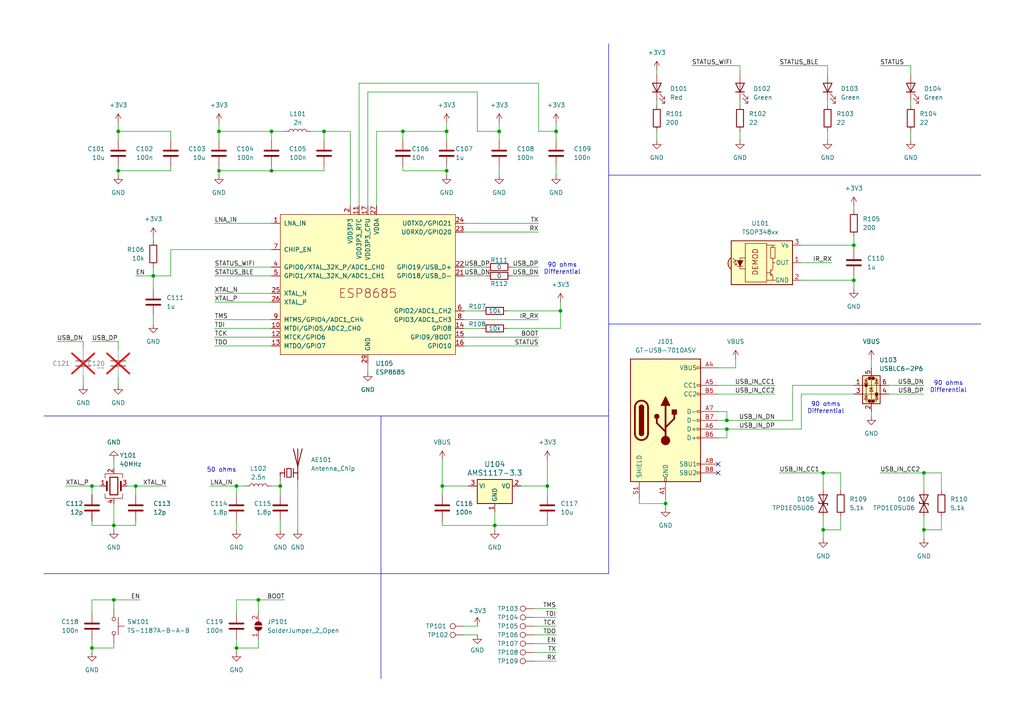
<source format=kicad_sch>
(kicad_sch (version 20231120) (generator "eeschema") (generator_version "8.0")
  (paper "A4")
  (title_block (title "ESP32 IR Receiver") (date "2024-04-11") (rev "1.0.0"))
  (junction (at 267.97 137.16))
  (junction (at 78.74 38.1))
  (junction (at 26.67 187.96))
  (junction (at 238.76 153.67))
  (junction (at 63.5 49.53))
  (junction (at 63.5 38.1))
  (junction (at 193.04 146.05))
  (junction (at 68.58 187.96))
  (junction (at 44.45 80.01))
  (junction (at 39.37 140.97))
  (junction (at 144.78 38.1))
  (junction (at 162.56 90.17))
  (junction (at 267.97 153.67))
  (junction (at 93.98 38.1))
  (junction (at 210.82 124.46))
  (junction (at 33.02 152.4))
  (junction (at 33.02 173.99))
  (junction (at 161.29 38.1))
  (junction (at 78.74 49.53))
  (junction (at 158.75 140.97))
  (junction (at 129.54 38.1))
  (junction (at 34.29 38.1))
  (junction (at 34.29 49.53))
  (junction (at 128.27 140.97))
  (junction (at 74.93 173.99))
  (junction (at 68.58 140.97))
  (junction (at 238.76 137.16))
  (junction (at 210.82 121.92))
  (junction (at 116.84 38.1))
  (junction (at 81.28 140.97))
  (junction (at 26.67 140.97))
  (junction (at 247.65 71.12))
  (junction (at 129.54 49.53))
  (junction (at 143.51 152.4))
  (junction (at 247.65 81.28))
  (no_connect (at 208.28 137.16))
  (no_connect (at 208.28 134.62))
  (wire (pts (xy 39.37 140.97) (xy 48.26 140.97)))
  (wire (pts (xy 63.5 49.53) (xy 63.5 50.8)))
  (wire (pts (xy 26.67 140.97) (xy 26.67 143.51)))
  (wire (pts (xy 93.98 38.1) (xy 93.98 40.64)))
  (wire (pts (xy 33.02 152.4) (xy 39.37 152.4)))
  (wire (pts (xy 148.59 80.01) (xy 156.21 80.01)))
  (wire (pts (xy 26.67 140.97) (xy 29.21 140.97)))
  (wire (pts (xy 39.37 140.97) (xy 39.37 143.51)))
  (wire (pts (xy 210.82 121.92) (xy 229.87 121.92)))
  (wire (pts (xy 129.54 48.26) (xy 129.54 49.53)))
  (wire (pts (xy 134.62 90.17) (xy 139.7 90.17)))
  (wire (pts (xy 243.84 153.67) (xy 238.76 153.67)))
  (wire (pts (xy 26.67 173.99) (xy 33.02 173.99)))
  (wire (pts (xy 128.27 140.97) (xy 135.89 140.97)))
  (wire (pts (xy 147.32 95.25) (xy 162.56 95.25)))
  (wire (pts (xy 68.58 143.51) (xy 68.58 140.97)))
  (wire (pts (xy 68.58 187.96) (xy 68.58 189.23)))
  (wire (pts (xy 134.62 181.61) (xy 138.43 181.61)))
  (wire (pts (xy 101.6 59.69) (xy 101.6 38.1)))
  (wire (pts (xy 134.62 67.31) (xy 156.21 67.31)))
  (wire (pts (xy 49.53 49.53) (xy 34.29 49.53)))
  (wire (pts (xy 190.5 38.1) (xy 190.5 40.64)))
  (wire (pts (xy 154.94 179.07) (xy 161.29 179.07)))
  (wire (pts (xy 128.27 140.97) (xy 128.27 143.51)))
  (wire (pts (xy 247.65 81.28) (xy 247.65 83.82)))
  (wire (pts (xy 208.28 119.38) (xy 210.82 119.38)))
  (wire (pts (xy 81.28 139.7) (xy 81.28 140.97)))
  (wire (pts (xy 62.23 95.25) (xy 78.74 95.25)))
  (wire (pts (xy 264.16 19.05) (xy 264.16 21.59)))
  (wire (pts (xy 78.74 140.97) (xy 81.28 140.97)))
  (wire (pts (xy 144.78 48.26) (xy 144.78 50.8)))
  (wire (pts (xy 134.62 80.01) (xy 140.97 80.01)))
  (wire (pts (xy 33.02 133.35) (xy 33.02 135.89)))
  (wire (pts (xy 190.5 29.21) (xy 190.5 30.48)))
  (wire (pts (xy 49.53 38.1) (xy 34.29 38.1)))
  (wire (pts (xy 74.93 173.99) (xy 74.93 177.8)))
  (wire (pts (xy 49.53 72.39) (xy 49.53 80.01)))
  (wire (pts (xy 247.65 80.01) (xy 247.65 81.28)))
  (wire (pts (xy 26.67 185.42) (xy 26.67 187.96)))
  (polyline (pts (xy 12.7 166.37) (xy 176.53 166.37)))
  (wire (pts (xy 148.59 77.47) (xy 156.21 77.47)))
  (polyline (pts (xy 176.53 12.7) (xy 176.53 166.37)))
  (wire (pts (xy 138.43 38.1) (xy 144.78 38.1)))
  (wire (pts (xy 34.29 109.22) (xy 34.29 111.76)))
  (wire (pts (xy 109.22 59.69) (xy 109.22 38.1)))
  (wire (pts (xy 62.23 92.71) (xy 78.74 92.71)))
  (wire (pts (xy 33.02 173.99) (xy 40.64 173.99)))
  (wire (pts (xy 34.29 49.53) (xy 34.29 50.8)))
  (wire (pts (xy 129.54 49.53) (xy 129.54 50.8)))
  (wire (pts (xy 214.63 29.21) (xy 214.63 30.48)))
  (wire (pts (xy 144.78 38.1) (xy 144.78 40.64)))
  (wire (pts (xy 226.06 137.16) (xy 238.76 137.16)))
  (wire (pts (xy 86.36 139.7) (xy 86.36 153.67)))
  (wire (pts (xy 26.67 151.13) (xy 26.67 152.4)))
  (wire (pts (xy 93.98 48.26) (xy 93.98 49.53)))
  (wire (pts (xy 200.66 19.05) (xy 214.63 19.05)))
  (wire (pts (xy 24.13 99.06) (xy 24.13 101.6)))
  (wire (pts (xy 232.41 71.12) (xy 247.65 71.12)))
  (wire (pts (xy 193.04 144.78) (xy 193.04 146.05)))
  (wire (pts (xy 154.94 181.61) (xy 161.29 181.61)))
  (wire (pts (xy 264.16 29.21) (xy 264.16 30.48)))
  (wire (pts (xy 26.67 99.06) (xy 34.29 99.06)))
  (wire (pts (xy 93.98 49.53) (xy 78.74 49.53)))
  (wire (pts (xy 267.97 153.67) (xy 267.97 156.21)))
  (wire (pts (xy 128.27 152.4) (xy 143.51 152.4)))
  (wire (pts (xy 238.76 137.16) (xy 238.76 142.24)))
  (wire (pts (xy 34.29 48.26) (xy 34.29 49.53)))
  (wire (pts (xy 214.63 19.05) (xy 214.63 21.59)))
  (wire (pts (xy 257.81 111.76) (xy 267.97 111.76)))
  (wire (pts (xy 151.13 140.97) (xy 158.75 140.97)))
  (wire (pts (xy 34.29 99.06) (xy 34.29 101.6)))
  (wire (pts (xy 93.98 38.1) (xy 90.17 38.1)))
  (wire (pts (xy 240.03 19.05) (xy 240.03 21.59)))
  (wire (pts (xy 62.23 85.09) (xy 78.74 85.09)))
  (wire (pts (xy 33.02 152.4) (xy 33.02 153.67)))
  (wire (pts (xy 116.84 38.1) (xy 129.54 38.1)))
  (wire (pts (xy 208.28 127) (xy 210.82 127)))
  (wire (pts (xy 26.67 187.96) (xy 33.02 187.96)))
  (wire (pts (xy 185.42 144.78) (xy 185.42 146.05)))
  (wire (pts (xy 243.84 137.16) (xy 243.84 142.24)))
  (wire (pts (xy 134.62 97.79) (xy 156.21 97.79)))
  (wire (pts (xy 273.05 149.86) (xy 273.05 153.67)))
  (wire (pts (xy 208.28 106.68) (xy 213.36 106.68)))
  (wire (pts (xy 74.93 185.42) (xy 74.93 187.96)))
  (wire (pts (xy 63.5 48.26) (xy 63.5 49.53)))
  (wire (pts (xy 49.53 72.39) (xy 78.74 72.39)))
  (wire (pts (xy 33.02 146.05) (xy 33.02 152.4)))
  (wire (pts (xy 78.74 38.1) (xy 78.74 40.64)))
  (wire (pts (xy 161.29 35.56) (xy 161.29 38.1)))
  (wire (pts (xy 161.29 38.1) (xy 161.29 40.64)))
  (wire (pts (xy 49.53 80.01) (xy 44.45 80.01)))
  (wire (pts (xy 74.93 173.99) (xy 82.55 173.99)))
  (wire (pts (xy 39.37 80.01) (xy 44.45 80.01)))
  (wire (pts (xy 255.27 19.05) (xy 264.16 19.05)))
  (wire (pts (xy 106.68 59.69) (xy 106.68 26.67)))
  (wire (pts (xy 273.05 137.16) (xy 273.05 142.24)))
  (wire (pts (xy 62.23 80.01) (xy 78.74 80.01)))
  (wire (pts (xy 62.23 87.63) (xy 78.74 87.63)))
  (wire (pts (xy 185.42 146.05) (xy 193.04 146.05)))
  (wire (pts (xy 158.75 133.35) (xy 158.75 140.97)))
  (wire (pts (xy 116.84 49.53) (xy 129.54 49.53)))
  (wire (pts (xy 154.94 186.69) (xy 161.29 186.69)))
  (wire (pts (xy 116.84 48.26) (xy 116.84 49.53)))
  (wire (pts (xy 257.81 114.3) (xy 267.97 114.3)))
  (wire (pts (xy 34.29 38.1) (xy 34.29 40.64)))
  (wire (pts (xy 208.28 121.92) (xy 210.82 121.92)))
  (wire (pts (xy 161.29 48.26) (xy 161.29 50.8)))
  (wire (pts (xy 68.58 173.99) (xy 68.58 177.8)))
  (wire (pts (xy 264.16 38.1) (xy 264.16 40.64)))
  (wire (pts (xy 81.28 151.13) (xy 81.28 153.67)))
  (wire (pts (xy 34.29 35.56) (xy 34.29 38.1)))
  (wire (pts (xy 68.58 173.99) (xy 74.93 173.99)))
  (wire (pts (xy 44.45 91.44) (xy 44.45 93.98)))
  (wire (pts (xy 68.58 140.97) (xy 71.12 140.97)))
  (wire (pts (xy 104.14 59.69) (xy 104.14 24.13)))
  (polyline (pts (xy 176.53 50.8) (xy 284.48 50.8)))
  (wire (pts (xy 252.73 119.38) (xy 252.73 120.65)))
  (wire (pts (xy 154.94 176.53) (xy 161.29 176.53)))
  (wire (pts (xy 154.94 189.23) (xy 161.29 189.23)))
  (wire (pts (xy 267.97 149.86) (xy 267.97 153.67)))
  (wire (pts (xy 134.62 77.47) (xy 140.97 77.47)))
  (wire (pts (xy 116.84 38.1) (xy 116.84 40.64)))
  (wire (pts (xy 129.54 38.1) (xy 129.54 40.64)))
  (wire (pts (xy 101.6 38.1) (xy 93.98 38.1)))
  (wire (pts (xy 143.51 152.4) (xy 158.75 152.4)))
  (wire (pts (xy 208.28 114.3) (xy 224.79 114.3)))
  (wire (pts (xy 44.45 80.01) (xy 44.45 83.82)))
  (wire (pts (xy 273.05 153.67) (xy 267.97 153.67)))
  (wire (pts (xy 193.04 146.05) (xy 193.04 147.32)))
  (wire (pts (xy 232.41 81.28) (xy 247.65 81.28)))
  (wire (pts (xy 267.97 137.16) (xy 273.05 137.16)))
  (wire (pts (xy 156.21 38.1) (xy 161.29 38.1)))
  (wire (pts (xy 62.23 97.79) (xy 78.74 97.79)))
  (wire (pts (xy 213.36 106.68) (xy 213.36 104.14)))
  (wire (pts (xy 210.82 124.46) (xy 210.82 127)))
  (wire (pts (xy 134.62 92.71) (xy 156.21 92.71)))
  (wire (pts (xy 158.75 140.97) (xy 158.75 143.51)))
  (wire (pts (xy 143.51 148.59) (xy 143.51 152.4)))
  (wire (pts (xy 243.84 149.86) (xy 243.84 153.67)))
  (wire (pts (xy 247.65 68.58) (xy 247.65 71.12)))
  (wire (pts (xy 154.94 191.77) (xy 161.29 191.77)))
  (wire (pts (xy 232.41 114.3) (xy 232.41 124.46)))
  (wire (pts (xy 134.62 95.25) (xy 139.7 95.25)))
  (wire (pts (xy 154.94 184.15) (xy 161.29 184.15)))
  (wire (pts (xy 106.68 26.67) (xy 138.43 26.67)))
  (wire (pts (xy 134.62 184.15) (xy 138.43 184.15)))
  (wire (pts (xy 24.13 109.22) (xy 24.13 111.76)))
  (wire (pts (xy 255.27 137.16) (xy 267.97 137.16)))
  (wire (pts (xy 44.45 77.47) (xy 44.45 80.01)))
  (wire (pts (xy 128.27 133.35) (xy 128.27 140.97)))
  (wire (pts (xy 143.51 152.4) (xy 143.51 153.67)))
  (wire (pts (xy 128.27 151.13) (xy 128.27 152.4)))
  (wire (pts (xy 214.63 38.1) (xy 214.63 40.64)))
  (polyline (pts (xy 110.49 120.65) (xy 110.49 165.1)))
  (wire (pts (xy 208.28 111.76) (xy 224.79 111.76)))
  (polyline (pts (xy 176.53 93.98) (xy 284.48 93.98)))
  (wire (pts (xy 26.67 173.99) (xy 26.67 177.8)))
  (wire (pts (xy 210.82 124.46) (xy 232.41 124.46)))
  (wire (pts (xy 60.96 140.97) (xy 68.58 140.97)))
  (polyline (pts (xy 12.7 120.65) (xy 176.53 120.65)))
  (wire (pts (xy 62.23 64.77) (xy 78.74 64.77)))
  (wire (pts (xy 44.45 68.58) (xy 44.45 69.85)))
  (wire (pts (xy 68.58 185.42) (xy 68.58 187.96)))
  (wire (pts (xy 82.55 38.1) (xy 78.74 38.1)))
  (wire (pts (xy 156.21 24.13) (xy 156.21 38.1)))
  (wire (pts (xy 26.67 152.4) (xy 33.02 152.4)))
  (wire (pts (xy 229.87 111.76) (xy 229.87 121.92)))
  (wire (pts (xy 210.82 119.38) (xy 210.82 121.92)))
  (wire (pts (xy 208.28 124.46) (xy 210.82 124.46)))
  (wire (pts (xy 33.02 173.99) (xy 33.02 176.53)))
  (wire (pts (xy 162.56 90.17) (xy 147.32 90.17)))
  (wire (pts (xy 138.43 26.67) (xy 138.43 38.1)))
  (wire (pts (xy 39.37 151.13) (xy 39.37 152.4)))
  (wire (pts (xy 267.97 137.16) (xy 267.97 142.24)))
  (polyline (pts (xy 110.49 165.1) (xy 110.49 196.85)))
  (wire (pts (xy 232.41 76.2) (xy 241.3 76.2)))
  (wire (pts (xy 162.56 87.63) (xy 162.56 90.17)))
  (wire (pts (xy 190.5 20.32) (xy 190.5 21.59)))
  (wire (pts (xy 129.54 35.56) (xy 129.54 38.1)))
  (wire (pts (xy 134.62 64.77) (xy 156.21 64.77)))
  (wire (pts (xy 68.58 151.13) (xy 68.58 153.67)))
  (wire (pts (xy 106.68 105.41) (xy 106.68 107.95)))
  (wire (pts (xy 81.28 140.97) (xy 81.28 143.51)))
  (wire (pts (xy 16.51 99.06) (xy 24.13 99.06)))
  (wire (pts (xy 63.5 35.56) (xy 63.5 38.1)))
  (wire (pts (xy 109.22 38.1) (xy 116.84 38.1)))
  (wire (pts (xy 33.02 186.69) (xy 33.02 187.96)))
  (wire (pts (xy 134.62 100.33) (xy 156.21 100.33)))
  (wire (pts (xy 238.76 153.67) (xy 238.76 156.21)))
  (wire (pts (xy 62.23 100.33) (xy 78.74 100.33)))
  (wire (pts (xy 78.74 48.26) (xy 78.74 49.53)))
  (wire (pts (xy 63.5 38.1) (xy 63.5 40.64)))
  (wire (pts (xy 158.75 151.13) (xy 158.75 152.4)))
  (wire (pts (xy 247.65 59.69) (xy 247.65 60.96)))
  (wire (pts (xy 49.53 48.26) (xy 49.53 49.53)))
  (wire (pts (xy 49.53 38.1) (xy 49.53 40.64)))
  (wire (pts (xy 229.87 111.76) (xy 247.65 111.76)))
  (wire (pts (xy 62.23 77.47) (xy 78.74 77.47)))
  (wire (pts (xy 238.76 149.86) (xy 238.76 153.67)))
  (wire (pts (xy 104.14 24.13) (xy 156.21 24.13)))
  (wire (pts (xy 240.03 38.1) (xy 240.03 40.64)))
  (wire (pts (xy 247.65 71.12) (xy 247.65 72.39)))
  (wire (pts (xy 26.67 187.96) (xy 26.67 189.23)))
  (wire (pts (xy 226.06 19.05) (xy 240.03 19.05)))
  (wire (pts (xy 144.78 35.56) (xy 144.78 38.1)))
  (wire (pts (xy 240.03 29.21) (xy 240.03 30.48)))
  (wire (pts (xy 19.05 140.97) (xy 26.67 140.97)))
  (wire (pts (xy 232.41 114.3) (xy 247.65 114.3)))
  (wire (pts (xy 68.58 187.96) (xy 74.93 187.96)))
  (wire (pts (xy 252.73 104.14) (xy 252.73 106.68)))
  (wire (pts (xy 238.76 137.16) (xy 243.84 137.16)))
  (wire (pts (xy 78.74 49.53) (xy 63.5 49.53)))
  (wire (pts (xy 36.83 140.97) (xy 39.37 140.97)))
  (wire (pts (xy 162.56 95.25) (xy 162.56 90.17)))
  (wire (pts (xy 78.74 38.1) (xy 63.5 38.1)))
  (text "50 ohms" (at 64.262 136.398 0) (effects (font (size 1.27 1.27))))
  (text "90 ohms\nDifferential" (at 239.522 118.364 0) (effects (font (size 1.27 1.27))))
  (text "90 ohms\nDifferential" (at 275.082 112.268 0) (effects (font (size 1.27 1.27))))
  (text "90 ohms\nDifferential" (at 163.068 77.978 0) (effects (font (size 1.27 1.27))))
  (label "USB_DN" (at 267.97 111.76 180))
  (label "USB_IN_CC1" (at 226.06 137.16 0))
  (label "USB_DN" (at 156.21 80.01 180))
  (label "RX" (at 161.29 191.77 180))
  (label "USB_DN" (at 134.62 80.01 0))
  (label "TCK" (at 62.23 97.79 0))
  (label "BOOT" (at 156.21 97.79 180))
  (label "IR_RX" (at 156.21 92.71 180))
  (label "TDO" (at 161.29 184.15 180))
  (label "USB_IN_DN" (at 224.79 121.92 180))
  (label "XTAL_P" (at 19.05 140.97 0))
  (label "TDI" (at 62.23 95.25 0))
  (label "EN" (at 40.64 173.99 180))
  (label "USB_IN_CC1" (at 224.79 111.76 180))
  (label "TMS" (at 161.29 176.53 180))
  (label "USB_DP" (at 267.97 114.3 180))
  (label "IR_RX" (at 241.3 76.2 180))
  (label "RX" (at 156.21 67.31 180))
  (label "XTAL_N" (at 62.23 85.09 0))
  (label "STATUS_WIFI" (at 62.23 77.47 0))
  (label "TMS" (at 62.23 92.71 0))
  (label "STATUS_BLE" (at 62.23 80.01 0))
  (label "LNA_IN" (at 60.96 140.97 0))
  (label "XTAL_N" (at 48.26 140.97 180))
  (label "TDO" (at 62.23 100.33 0))
  (label "STATUS" (at 255.27 19.05 0))
  (label "BOOT" (at 82.55 173.99 180))
  (label "USB_DP" (at 26.67 99.06 0))
  (label "USB_DN" (at 16.51 99.06 0))
  (label "USB_DP" (at 134.62 77.47 0))
  (label "USB_IN_CC2" (at 255.27 137.16 0))
  (label "STATUS" (at 156.21 100.33 180))
  (label "TDI" (at 161.29 179.07 180))
  (label "USB_IN_CC2" (at 224.79 114.3 180))
  (label "LNA_IN" (at 62.23 64.77 0))
  (label "XTAL_P" (at 62.23 87.63 0))
  (label "EN" (at 161.29 186.69 180))
  (label "STATUS_WIFI" (at 200.66 19.05 0))
  (label "TX" (at 161.29 189.23 180))
  (label "TCK" (at 161.29 181.61 180))
  (label "EN" (at 39.37 80.01 0))
  (label "TX" (at 156.21 64.77 180))
  (label "USB_DP" (at 156.21 77.47 180))
  (label "STATUS_BLE" (at 226.06 19.05 0))
  (label "USB_IN_DP" (at 224.79 124.46 180))
  (symbol (lib_id "power:GND") (at 267.97 156.21 0) (unit 1)
    (property "Reference" "#PWR0135" (effects (hide yes)))
    (property "Value" "GND" (at 267.97 161.29 0))
    (property "Description" "Power symbol creates a global label with name \"GND\" , ground" (effects (hide yes)))
  )
  (symbol (lib_id "Device:R") (at 214.63 34.29 180) (unit 1)
    (property "Reference" "R102" (at 217.17 33.02 0) (effects (justify right)))
    (property "Value" "22" (at 217.17 35.56 0) (effects (justify right)))
    (property "Footprint" "Resistor_SMD:R_0402_1005Metric" (effects (hide yes)))
    (property "JLCPCB Part#" "C25092" (effects (hide yes)))
    (property "Manufacturer" "UNI-ROYAL(Uniroyal Elec)" (effects (hide yes)))
    (property "MFR Part#" "0402WGF220JTCE" (effects (hide yes)))
  )
  (symbol (lib_id "power:GND") (at 26.67 189.23 0) (unit 1)
    (property "Reference" "#PWR0138" (effects (hide yes)))
    (property "Value" "GND" (at 26.67 194.31 0))
    (property "Description" "Power symbol creates a global label with name \"GND\" , ground" (effects (hide yes)))
  )
  (symbol (lib_id "Device:C") (at 116.84 44.45 0) (mirror x) (unit 1)
    (property "Reference" "C106" (at 119.38 43.18 0) (effects (justify left)))
    (property "Value" "10n" (at 119.38 45.72 0) (effects (justify left)))
    (property "Footprint" "Capacitor_SMD:C_0402_1005Metric" (effects (hide yes)))
    (property "JLCPCB Part#" "C15195" (effects (hide yes)))
    (property "Manufacturer" "Samsung Electro-Mechanics" (effects (hide yes)))
    (property "MFR Part#" "CL05B103KB5NNNC" (effects (hide yes)))
  )
  (symbol (lib_id "power:GND") (at 33.02 153.67 0) (unit 1)
    (property "Reference" "#PWR0129" (effects (hide yes)))
    (property "Value" "GND" (at 33.02 158.75 0))
    (property "Description" "Power symbol creates a global label with name \"GND\" , ground" (effects (hide yes)))
  )
  (symbol (lib_id "power:VBUS") (at 252.73 104.14 0) (unit 1)
    (property "Reference" "#PWR0122" (effects (hide yes)))
    (property "Value" "VBUS" (at 252.73 99.06 0))
    (property "Description" "Power symbol creates a global label with name \"VBUS\"" (effects (hide yes)))
  )
  (symbol (lib_id "Connector:USB_C_Receptacle_USB2.0_16P") (at 193.04 121.92 0) (unit 1)
    (property "Reference" "J101" (at 193.04 99.06 0))
    (property "Value" "GT-USB-7010ASV" (at 193.04 101.6 0))
    (property "Footprint" "Connector_USB:USB_C_Receptacle_G-Switch_GT-USB-7010ASV" (effects (hide yes)))
    (property "Datasheet" "https://www.usb.org/sites/default/files/documents/usb_type-c.zip" (effects (hide yes)))
    (property "Description" "USB 2.0-only 16P Type-C Receptacle connector" (effects (hide yes)))
    (property "JLCPCB Part#" "C2988369" (effects (hide yes)))
    (property "Manufacturer" "G-Switch" (effects (hide yes)))
    (property "MFR Part#" "GT-USB-7010ASV" (effects (hide yes)))
  )
  (symbol (lib_id "Device:R") (at 273.05 146.05 180) (unit 1)
    (property "Reference" "R110" (at 275.59 144.78 0) (effects (justify right)))
    (property "Value" "5.1k" (at 275.59 147.32 0) (effects (justify right)))
    (property "Footprint" "Resistor_SMD:R_0402_1005Metric" (effects (hide yes)))
    (property "JLCPCB Part#" "C25905" (effects (hide yes)))
    (property "Manufacturer" "UNI-ROYAL(Uniroyal Elec)" (effects (hide yes)))
    (property "MFR Part#" "0402WGF5101TCE" (effects (hide yes)))
  )
  (symbol (lib_id "Device:C") (at 68.58 181.61 0) (unit 1)
    (property "Reference" "C119" (at 64.77 180.34 0) (effects (justify right)))
    (property "Value" "100n" (at 64.77 182.88 0) (effects (justify right)))
    (property "Footprint" "Capacitor_SMD:C_0402_1005Metric" (effects (hide yes)))
    (property "JLCPCB Part#" "C1525" (effects (hide yes)))
    (property "Manufacturer" "Samsung Electro-Mechanics" (effects (hide yes)))
    (property "MFR Part#" "CL05B104KO5NNNC" (effects (hide yes)))
  )
  (symbol (lib_id "power:GND") (at 143.51 153.67 0) (unit 1)
    (property "Reference" "#PWR0133" (effects (hide yes)))
    (property "Value" "GND" (at 143.51 158.75 0))
    (property "Description" "Power symbol creates a global label with name \"GND\" , ground" (effects (hide yes)))
  )
  (symbol (lib_id "Connector:TestPoint") (at 154.94 181.61 90) (unit 1) (in_bom no)
    (property "Reference" "TP105" (at 147.32 181.61 90))
    (property "Value" "TCK" (effects (hide yes)))
    (property "Footprint" "TestPoint:TestPoint_Pad_D1.0mm" (effects (hide yes)))
  )
  (symbol (lib_id "Device:C") (at 24.13 105.41 180) (unit 1) (in_bom no) (dnp yes)
    (property "Reference" "C121" (at 20.32 105.41 0) (effects (justify left)))
    (property "Value" "~" (at 29.21 106.68 0) (effects (justify right)))
    (property "Footprint" "Capacitor_SMD:C_0402_1005Metric" (effects (hide yes)))
  )
  (symbol (lib_id "power:GND") (at 68.58 153.67 0) (unit 1)
    (property "Reference" "#PWR0130" (effects (hide yes)))
    (property "Value" "GND" (at 68.58 158.75 0))
    (property "Description" "Power symbol creates a global label with name \"GND\" , ground" (effects (hide yes)))
  )
  (symbol (lib_id "Device:LED") (at 264.16 25.4 90) (unit 1)
    (property "Reference" "D104" (at 267.97 25.7175 90) (effects (justify right)))
    (property "Value" "Green" (at 267.97 28.2575 90) (effects (justify right)))
    (property "Footprint" "LED_SMD:LED_0603_1608Metric" (effects (hide yes)))
    (property "JLCPCB Part#" "C72043" (effects (hide yes)))
    (property "Manufacturer" "Everlight Elec" (effects (hide yes)))
    (property "MFR Part#" "19-217/GHC-YR1S2/3T" (effects (hide yes)))
  )
  (symbol (lib_id "Jumper:SolderJumper_2_Open") (at 74.93 181.61 90) (unit 1) (in_bom no)
    (property "Reference" "JP101" (at 77.47 180.34 90) (effects (justify right)))
    (property "Value" "SolderJumper_2_Open" (at 77.47 182.88 90) (effects (justify right)))
    (property "Footprint" "Jumper:SolderJumper-2_P1.3mm_Open_RoundedPad1.0x1.5mm" (effects (hide yes)))
  )
  (symbol (lib_id "power:GND") (at 190.5 40.64 0) (unit 1)
    (property "Reference" "#PWR0107" (effects (hide yes)))
    (property "Value" "GND" (at 190.5 45.72 0))
    (property "Description" "Power symbol creates a global label with name \"GND\" , ground" (effects (hide yes)))
  )
  (symbol (lib_id "power:GND") (at 161.29 50.8 0) (unit 1)
    (property "Reference" "#PWR0115" (effects (hide yes)))
    (property "Value" "GND" (at 161.29 55.88 0))
    (property "Description" "Power symbol creates a global label with name \"GND\" , ground" (effects (hide yes)))
  )
  (symbol (lib_id "Device:C") (at 63.5 44.45 0) (mirror y) (unit 1)
    (property "Reference" "C103" (at 59.69 43.18 0) (effects (justify left)))
    (property "Value" "10u" (at 59.69 45.72 0) (effects (justify left)))
    (property "Footprint" "Capacitor_SMD:C_0402_1005Metric" (effects (hide yes)))
    (property "JLCPCB Part#" "C15525" (effects (hide yes)))
    (property "Manufacturer" "Samsung Electro-Mechanics" (effects (hide yes)))
    (property "MFR Part#" "CL05A106MQ5NUNC" (effects (hide yes)))
  )
  (symbol (lib_id "Espressif:ESP8685") (at 106.68 82.55 0) (unit 1)
    (property "Reference" "U105" (at 108.8741 105.41 0) (effects (justify left)))
    (property "Value" "ESP8685" (at 108.8741 107.95 0) (effects (justify left)))
    (property "Footprint" "Package_DFN_QFN:QFN-28-1EP_4x4mm_P0.4mm_EP2.6x2.6mm" (effects (hide yes)))
    (property "Datasheet" "https://www.espressif.com/sites/default/files/documentation/esp8685_datasheet_en.pdf" (effects (hide yes)))
    (property "Description" "ESP8685 is an ultra-low-power and highly-integrated MCU-based SoC solution that supports 2.4 GHz Wi-Fi and\nBluetooth® Low Energy (Bluetooth LE)." (effects (hide yes)))
    (property "Manufacturer" "Espressif" (effects (hide yes)))
    (property "JLCPCB Part#" "C4944062" (effects (hide yes)))
    (property "MFR Part#" "ESP8685H4" (effects (hide yes)))
  )
  (symbol (lib_id "power:GND") (at 44.45 93.98 0) (unit 1)
    (property "Reference" "#PWR0120" (effects (hide yes)))
    (property "Value" "GND" (at 44.45 99.06 0))
    (property "Description" "Power symbol creates a global label with name \"GND\" , ground" (effects (hide yes)))
  )
  (symbol (lib_id "Power_Protection:USBLC6-2P6") (at 252.73 111.76 0) (unit 1)
    (property "Reference" "U103" (at 255.016 104.394 0) (effects (justify left)))
    (property "Value" "USBLC6-2P6" (at 255.016 106.934 0) (effects (justify left)))
    (property "Footprint" "Package_TO_SOT_SMD:SOT-666" (effects (hide yes)))
    (property "Datasheet" "https://www.st.com/resource/en/datasheet/usblc6-2.pdf" (effects (hide yes)))
    (property "Description" "Very low capacitance ESD protection diode, 2 data-line, SOT-666" (effects (hide yes)))
    (property "JLCPCB Part#" "C15999" (effects (hide yes)))
    (property "Manufacturer" "STMicroelectronics" (effects (hide yes)))
    (property "MFR Part#" "USBLC6-2P6" (effects (hide yes)))
  )
  (symbol (lib_id "Device:R") (at 243.84 146.05 180) (unit 1)
    (property "Reference" "R109" (at 246.38 144.78 0) (effects (justify right)))
    (property "Value" "5.1k" (at 246.38 147.32 0) (effects (justify right)))
    (property "Footprint" "Resistor_SMD:R_0402_1005Metric" (effects (hide yes)))
    (property "JLCPCB Part#" "C25905" (effects (hide yes)))
    (property "Manufacturer" "UNI-ROYAL(Uniroyal Elec)" (effects (hide yes)))
    (property "MFR Part#" "0402WGF5101TCE" (effects (hide yes)))
  )
  (symbol (lib_id "power:+3V3") (at 162.56 87.63 0) (unit 1)
    (property "Reference" "#PWR0119" (effects (hide yes)))
    (property "Value" "+3V3" (at 162.56 82.55 0))
    (property "Description" "Power symbol creates a global label with name \"+3V3\"" (effects (hide yes)))
  )
  (symbol (lib_id "Device:R") (at 247.65 64.77 0) (unit 1)
    (property "Reference" "R105" (at 250.19 63.5 0) (effects (justify left)))
    (property "Value" "200" (at 250.19 66.04 0) (effects (justify left)))
    (property "Footprint" "Resistor_SMD:R_0402_1005Metric" (effects (hide yes)))
    (property "JLCPCB Part#" "C25087" (effects (hide yes)))
    (property "Manufacturer" "UNI-ROYAL(Uniroyal Elec)" (effects (hide yes)))
    (property "MFR Part#" "0402WGF2000TCE" (effects (hide yes)))
  )
  (symbol (lib_id "Connector:TestPoint") (at 154.94 186.69 90) (unit 1) (in_bom no)
    (property "Reference" "TP107" (at 147.32 186.69 90))
    (property "Value" "RST" (effects (hide yes)))
    (property "Footprint" "TestPoint:TestPoint_Pad_D1.0mm" (effects (hide yes)))
  )
  (symbol (lib_id "power:GND") (at 238.76 156.21 0) (unit 1)
    (property "Reference" "#PWR0134" (effects (hide yes)))
    (property "Value" "GND" (at 238.76 161.29 0))
    (property "Description" "Power symbol creates a global label with name \"GND\" , ground" (effects (hide yes)))
  )
  (symbol (lib_id "power:+3V3") (at 144.78 35.56 0) (unit 1)
    (property "Reference" "#PWR0105" (effects (hide yes)))
    (property "Value" "+3V3" (at 144.78 30.48 0))
    (property "Description" "Power symbol creates a global label with name \"+3V3\"" (effects (hide yes)))
  )
  (symbol (lib_id "power:GND") (at 138.43 184.15 0) (unit 1)
    (property "Reference" "#PWR0137" (effects (hide yes)))
    (property "Value" "GND" (at 138.43 188.595 0))
    (property "Description" "Power symbol creates a global label with name \"GND\" , ground" (effects (hide yes)))
  )
  (symbol (lib_id "Connector:TestPoint") (at 154.94 179.07 90) (unit 1) (in_bom no)
    (property "Reference" "TP104" (at 147.32 179.07 90))
    (property "Value" "TDI" (effects (hide yes)))
    (property "Footprint" "TestPoint:TestPoint_Pad_D1.0mm" (effects (hide yes)))
  )
  (symbol (lib_id "Device:R") (at 144.78 80.01 270) (unit 1)
    (property "Reference" "R112" (at 144.78 82.296 90))
    (property "Value" "0" (at 144.78 80.01 90))
    (property "Footprint" "Resistor_SMD:R_0402_1005Metric" (effects (hide yes)))
    (property "JLCPCB Part#" "C17168" (effects (hide yes)))
    (property "Manufacturer" "UNI-ROYAL(Uniroyal Elec)" (effects (hide yes)))
    (property "MFR Part#" "0402WGF0000TCE" (effects (hide yes)))
  )
  (symbol (lib_id "power:+3V3") (at 247.65 59.69 0) (unit 1)
    (property "Reference" "#PWR0116" (effects (hide yes)))
    (property "Value" "+3V3" (at 247.65 54.61 0))
    (property "Description" "Power symbol creates a global label with name \"+3V3\"" (effects (hide yes)))
  )
  (symbol (lib_id "Device:L") (at 74.93 140.97 90) (unit 1)
    (property "Reference" "L102" (at 74.93 135.89 90))
    (property "Value" "2.5n" (at 74.93 138.43 90))
    (property "Footprint" "Inductor_SMD:L_0402_1005Metric" (effects (hide yes)))
    (property "Manufacturer" "Murata Electronics" (effects (hide yes)))
    (property "MFR Part#" "LQW15AN2N5B00D" (effects (hide yes)))
    (property "JLCPCB Part#" "C237342" (effects (hide yes)))
  )
  (symbol (lib_id "Device:R") (at 143.51 95.25 270) (unit 1)
    (property "Reference" "R108" (at 138.43 93.98 90))
    (property "Value" "10k" (at 143.51 95.25 90))
    (property "Footprint" "Resistor_SMD:R_0402_1005Metric" (effects (hide yes)))
    (property "JLCPCB Part#" "C25744" (effects (hide yes)))
    (property "Manufacturer" "UNI-ROYAL(Uniroyal Elec)" (effects (hide yes)))
    (property "MFR Part#" "0402WGF1002TCE" (effects (hide yes)))
  )
  (symbol (lib_id "power:GND") (at 81.28 153.67 0) (unit 1)
    (property "Reference" "#PWR0131" (effects (hide yes)))
    (property "Value" "GND" (at 81.28 158.75 0))
    (property "Description" "Power symbol creates a global label with name \"GND\" , ground" (effects (hide yes)))
  )
  (symbol (lib_id "Connector:TestPoint") (at 134.62 181.61 90) (unit 1) (in_bom no)
    (property "Reference" "TP101" (at 129.54 181.61 90) (effects (justify left)))
    (property "Value" "3V3" (effects (hide yes)))
    (property "Footprint" "TestPoint:TestPoint_Pad_D1.0mm" (effects (hide yes)))
  )
  (symbol (lib_id "Device:C") (at 81.28 147.32 0) (unit 1)
    (property "Reference" "C115" (at 78.74 146.05 0) (effects (justify right)))
    (property "Value" "1.8p" (at 78.74 148.59 0) (effects (justify right)))
    (property "Footprint" "Capacitor_SMD:C_0402_1005Metric" (effects (hide yes)))
    (property "JLCPCB Part#" "C1553" (effects (hide yes)))
    (property "Manufacturer" "FH (Guangdong Fenghua Advanced Tech)" (effects (hide yes)))
    (property "MFR Part#" "0402CG1R8C500NT" (effects (hide yes)))
  )
  (symbol (lib_id "Connector:TestPoint") (at 134.62 184.15 90) (unit 1) (in_bom no)
    (property "Reference" "TP102" (at 127 184.15 90))
    (property "Value" "GND" (effects (hide yes)))
    (property "Footprint" "TestPoint:TestPoint_Pad_1.0x1.0mm" (effects (hide yes)))
    (property "Description" "test point" (effects (hide yes)))
  )
  (symbol (lib_id "Device:C") (at 68.58 147.32 0) (unit 1)
    (property "Reference" "C114" (at 66.04 146.05 0) (effects (justify right)))
    (property "Value" "1.8p" (at 66.04 148.59 0) (effects (justify right)))
    (property "Footprint" "Capacitor_SMD:C_0402_1005Metric" (effects (hide yes)))
    (property "JLCPCB Part#" "C1553" (effects (hide yes)))
    (property "Manufacturer" "FH (Guangdong Fenghua Advanced Tech)" (effects (hide yes)))
    (property "MFR Part#" "0402CG1R8C500NT" (effects (hide yes)))
  )
  (symbol (lib_id "power:GND") (at 129.54 50.8 0) (unit 1)
    (property "Reference" "#PWR0113" (effects (hide yes)))
    (property "Value" "GND" (at 129.54 55.88 0))
    (property "Description" "Power symbol creates a global label with name \"GND\" , ground" (effects (hide yes)))
  )
  (symbol (lib_id "Device:C") (at 129.54 44.45 0) (mirror x) (unit 1)
    (property "Reference" "C107" (at 132.08 43.18 0) (effects (justify left)))
    (property "Value" "1u" (at 132.08 45.72 0) (effects (justify left)))
    (property "Footprint" "Capacitor_SMD:C_0402_1005Metric" (effects (hide yes)))
    (property "JLCPCB Part#" "C52923" (effects (hide yes)))
    (property "Manufacturer" "Samsung Electro-Mechanics" (effects (hide yes)))
    (property "MFR Part#" "CL05A105KA5NQNC" (effects (hide yes)))
  )
  (symbol (lib_id "Device:LED") (at 240.03 25.4 90) (unit 1)
    (property "Reference" "D103" (at 243.84 25.7175 90) (effects (justify right)))
    (property "Value" "Green" (at 243.84 28.2575 90) (effects (justify right)))
    (property "Footprint" "LED_SMD:LED_0603_1608Metric" (effects (hide yes)))
    (property "JLCPCB Part#" "C72043" (effects (hide yes)))
    (property "Manufacturer" "Everlight Elec" (effects (hide yes)))
    (property "MFR Part#" "19-217/GHC-YR1S2/3T" (effects (hide yes)))
  )
  (symbol (lib_id "Device:L") (at 86.36 38.1 270) (mirror x) (unit 1)
    (property "Reference" "L101" (at 86.36 33.02 90))
    (property "Value" "2n" (at 86.36 35.56 90))
    (property "Footprint" "Inductor_SMD:L_0402_1005Metric" (effects (hide yes)))
    (property "Manufacturer" "Murata Electronics" (effects (hide yes)))
    (property "MFR Part#" "LQG15HS2N0S02D" (effects (hide yes)))
    (property "JLCPCB Part#" "C18216" (effects (hide yes)))
  )
  (symbol (lib_id "power:GND") (at 24.13 111.76 0) (unit 1)
    (property "Reference" "#PWR0141" (effects (hide yes)))
    (property "Value" "GND" (at 24.13 116.84 0))
    (property "Description" "Power symbol creates a global label with name \"GND\" , ground" (effects (hide yes)))
  )
  (symbol (lib_id "power:GND") (at 86.36 153.67 0) (unit 1)
    (property "Reference" "#PWR0132" (effects (hide yes)))
    (property "Value" "GND" (at 86.36 158.75 0))
    (property "Description" "Power symbol creates a global label with name \"GND\" , ground" (effects (hide yes)))
  )
  (symbol (lib_id "Switch:SW_Push") (at 33.02 181.61 270) (unit 1)
    (property "Reference" "SW101" (at 36.83 180.34 90) (effects (justify left)))
    (property "Value" "TS-1187A-B-A-B" (at 36.83 182.88 90) (effects (justify left)))
    (property "Footprint" "Button_Switch_SMD:SW_Push_1P1T_XKB_TS-1187A" (effects (hide yes)))
    (property "JLCPCB Part#" "C318884" (effects (hide yes)))
    (property "Manufacturer" "XKB Connectivity" (effects (hide yes)))
    (property "MFR Part#" "TS-1187A-B-A-B" (effects (hide yes)))
  )
  (symbol (lib_id "Connector:TestPoint") (at 154.94 184.15 90) (unit 1) (in_bom no)
    (property "Reference" "TP106" (at 147.32 184.15 90))
    (property "Value" "TDO" (effects (hide yes)))
    (property "Footprint" "TestPoint:TestPoint_Pad_D1.0mm" (effects (hide yes)))
  )
  (symbol (lib_id "Interface_Optical:TSOP348xx") (at 222.25 76.2 0) (unit 1)
    (property "Reference" "U101" (at 220.515 64.77 0))
    (property "Value" "TSOP348xx" (at 220.515 67.31 0))
    (property "Footprint" "OptoDevice:Vishay_MOLD-3Pin" (effects (hide yes)))
    (property "Datasheet" "https://www.vishay.com/docs/82489/tsop322.pdf" (effects (hide yes)))
    (property "JLCPCB Part#" "C44620" (effects (hide yes)))
    (property "Manufacturer" "Vishay Intertech" (effects (hide yes)))
    (property "MFR Part#" "TSOP34838" (effects (hide yes)))
  )
  (symbol (lib_id "power:+3V3") (at 138.43 181.61 0) (unit 1)
    (property "Reference" "#PWR0136" (effects (hide yes)))
    (property "Value" "+3V3" (at 138.43 177.165 0))
    (property "Description" "Power symbol creates a global label with name \"+3V3\"" (effects (hide yes)))
  )
  (symbol (lib_id "Device:C") (at 26.67 147.32 0) (unit 1)
    (property "Reference" "C112" (at 24.13 146.05 0) (effects (justify right)))
    (property "Value" "12p" (at 24.13 148.59 0) (effects (justify right)))
    (property "Footprint" "Capacitor_SMD:C_0402_1005Metric" (effects (hide yes)))
    (property "JLCPCB Part#" "C1547" (effects (hide yes)))
    (property "Manufacturer" "FH (Guangdong Fenghua Advanced Tech)" (effects (hide yes)))
    (property "MFR Part#" "0402CG120J500NT" (effects (hide yes)))
  )
  (symbol (lib_id "Device:C") (at 49.53 44.45 0) (mirror x) (unit 1)
    (property "Reference" "C102" (at 44.45 43.18 0) (effects (justify right)))
    (property "Value" "100n" (at 44.45 45.72 0) (effects (justify right)))
    (property "Footprint" "Capacitor_SMD:C_0402_1005Metric" (effects (hide yes)))
    (property "JLCPCB Part#" "C1525" (effects (hide yes)))
    (property "Manufacturer" "Samsung Electro-Mechanics" (effects (hide yes)))
    (property "MFR Part#" "CL05B104KO5NNNC" (effects (hide yes)))
  )
  (symbol (lib_id "power:+3V3") (at 44.45 68.58 0) (unit 1)
    (property "Reference" "#PWR0117" (effects (hide yes)))
    (property "Value" "+3V3" (at 44.45 63.5 0))
    (property "Description" "Power symbol creates a global label with name \"+3V3\"" (effects (hide yes)))
  )
  (symbol (lib_id "power:GND") (at 68.58 189.23 0) (unit 1)
    (property "Reference" "#PWR0139" (effects (hide yes)))
    (property "Value" "GND" (at 68.58 194.31 0))
    (property "Description" "Power symbol creates a global label with name \"GND\" , ground" (effects (hide yes)))
  )
  (symbol (lib_id "power:VBUS") (at 213.36 104.14 0) (unit 1)
    (property "Reference" "#PWR0121" (effects (hide yes)))
    (property "Value" "VBUS" (at 213.36 99.06 0))
    (property "Description" "Power symbol creates a global label with name \"VBUS\"" (effects (hide yes)))
  )
  (symbol (lib_id "power:+3V3") (at 161.29 35.56 0) (unit 1)
    (property "Reference" "#PWR0106" (effects (hide yes)))
    (property "Value" "+3V3" (at 161.29 30.48 0))
    (property "Description" "Power symbol creates a global label with name \"+3V3\"" (effects (hide yes)))
  )
  (symbol (lib_id "Device:LED") (at 214.63 25.4 90) (unit 1)
    (property "Reference" "D102" (at 218.44 25.7175 90) (effects (justify right)))
    (property "Value" "Green" (at 218.44 28.2575 90) (effects (justify right)))
    (property "Footprint" "LED_SMD:LED_0603_1608Metric" (effects (hide yes)))
    (property "JLCPCB Part#" "C72043" (effects (hide yes)))
    (property "Manufacturer" "Everlight Elec" (effects (hide yes)))
    (property "MFR Part#" "19-217/GHC-YR1S2/3T" (effects (hide yes)))
  )
  (symbol (lib_id "power:GND") (at 34.29 111.76 0) (unit 1)
    (property "Reference" "#PWR0140" (effects (hide yes)))
    (property "Value" "GND" (at 34.29 116.84 0))
    (property "Description" "Power symbol creates a global label with name \"GND\" , ground" (effects (hide yes)))
  )
  (symbol (lib_id "Device:R") (at 44.45 73.66 180) (unit 1)
    (property "Reference" "R106" (at 41.91 72.39 0) (effects (justify left)))
    (property "Value" "10k" (at 41.91 74.93 0) (effects (justify left)))
    (property "Footprint" "Resistor_SMD:R_0402_1005Metric" (effects (hide yes)))
    (property "JLCPCB Part#" "C25744" (effects (hide yes)))
    (property "Manufacturer" "UNI-ROYAL(Uniroyal Elec)" (effects (hide yes)))
    (property "MFR Part#" "0402WGF1002TCE" (effects (hide yes)))
  )
  (symbol (lib_id "Device:C") (at 144.78 44.45 180) (unit 1)
    (property "Reference" "C108" (at 149.86 43.18 0) (effects (justify right)))
    (property "Value" "100n" (at 149.86 45.72 0) (effects (justify right)))
    (property "Footprint" "Capacitor_SMD:C_0402_1005Metric" (effects (hide yes)))
    (property "JLCPCB Part#" "C1525" (effects (hide yes)))
    (property "Manufacturer" "Samsung Electro-Mechanics" (effects (hide yes)))
    (property "MFR Part#" "CL05B104KO5NNNC" (effects (hide yes)))
  )
  (symbol (lib_id "power:GND") (at 63.5 50.8 0) (mirror y) (unit 1)
    (property "Reference" "#PWR0112" (effects (hide yes)))
    (property "Value" "GND" (at 63.5 55.88 0))
    (property "Description" "Power symbol creates a global label with name \"GND\" , ground" (effects (hide yes)))
  )
  (symbol (lib_id "power:GND") (at 252.73 120.65 0) (unit 1)
    (property "Reference" "#PWR0124" (effects (hide yes)))
    (property "Value" "GND" (at 252.73 125.73 0))
    (property "Description" "Power symbol creates a global label with name \"GND\" , ground" (effects (hide yes)))
  )
  (symbol (lib_id "Device:C") (at 93.98 44.45 0) (mirror x) (unit 1)
    (property "Reference" "C105" (at 88.9 43.18 0) (effects (justify right)))
    (property "Value" "100n" (at 88.9 45.72 0) (effects (justify right)))
    (property "Footprint" "Capacitor_SMD:C_0402_1005Metric" (effects (hide yes)))
    (property "JLCPCB Part#" "C1525" (effects (hide yes)))
    (property "Manufacturer" "Samsung Electro-Mechanics" (effects (hide yes)))
    (property "MFR Part#" "CL05B104KO5NNNC" (effects (hide yes)))
  )
  (symbol (lib_id "power:GND") (at 240.03 40.64 0) (unit 1)
    (property "Reference" "#PWR0109" (effects (hide yes)))
    (property "Value" "GND" (at 240.03 45.72 0))
    (property "Description" "Power symbol creates a global label with name \"GND\" , ground" (effects (hide yes)))
  )
  (symbol (lib_id "power:GND") (at 193.04 147.32 0) (unit 1)
    (property "Reference" "#PWR0128" (effects (hide yes)))
    (property "Value" "GND" (at 193.04 152.4 0))
    (property "Description" "Power symbol creates a global label with name \"GND\" , ground" (effects (hide yes)))
  )
  (symbol (lib_id "power:+3V3") (at 34.29 35.56 0) (mirror y) (unit 1)
    (property "Reference" "#PWR0102" (effects (hide yes)))
    (property "Value" "+3V3" (at 34.29 30.48 0))
    (property "Description" "Power symbol creates a global label with name \"+3V3\"" (effects (hide yes)))
  )
  (symbol (lib_id "Device:C") (at 39.37 147.32 0) (unit 1)
    (property "Reference" "C113" (at 44.45 146.05 0) (effects (justify left)))
    (property "Value" "12p" (at 44.45 148.59 0) (effects (justify left)))
    (property "Footprint" "Capacitor_SMD:C_0402_1005Metric" (effects (hide yes)))
    (property "JLCPCB Part#" "C1547" (effects (hide yes)))
    (property "Manufacturer" "FH (Guangdong Fenghua Advanced Tech)" (effects (hide yes)))
    (property "MFR Part#" "0402CG120J500NT" (effects (hide yes)))
  )
  (symbol (lib_id "Device:C") (at 161.29 44.45 180) (unit 1)
    (property "Reference" "C109" (at 166.37 43.18 0) (effects (justify right)))
    (property "Value" "100n" (at 166.37 45.72 0) (effects (justify right)))
    (property "Footprint" "Capacitor_SMD:C_0402_1005Metric" (effects (hide yes)))
    (property "JLCPCB Part#" "C1525" (effects (hide yes)))
    (property "Manufacturer" "Samsung Electro-Mechanics" (effects (hide yes)))
    (property "MFR Part#" "CL05B104KO5NNNC" (effects (hide yes)))
  )
  (symbol (lib_id "power:GND") (at 34.29 50.8 0) (mirror y) (unit 1)
    (property "Reference" "#PWR0111" (effects (hide yes)))
    (property "Value" "GND" (at 34.29 55.88 0))
    (property "Description" "Power symbol creates a global label with name \"GND\" , ground" (effects (hide yes)))
  )
  (symbol (lib_id "power:+3V3") (at 63.5 35.56 0) (mirror y) (unit 1)
    (property "Reference" "#PWR0103" (effects (hide yes)))
    (property "Value" "+3V3" (at 63.5 30.48 0))
    (property "Description" "Power symbol creates a global label with name \"+3V3\"" (effects (hide yes)))
  )
  (symbol (lib_id "power:GND") (at 247.65 83.82 0) (unit 1)
    (property "Reference" "#PWR0118" (effects (hide yes)))
    (property "Value" "GND" (at 247.65 88.9 0))
    (property "Description" "Power symbol creates a global label with name \"GND\" , ground" (effects (hide yes)))
  )
  (symbol (lib_id "power:GND") (at 214.63 40.64 0) (unit 1)
    (property "Reference" "#PWR0108" (effects (hide yes)))
    (property "Value" "GND" (at 214.63 45.72 0))
    (property "Description" "Power symbol creates a global label with name \"GND\" , ground" (effects (hide yes)))
  )
  (symbol (lib_id "Regulator_Linear:LD1117S33TR_SOT223") (at 143.51 140.97 0) (unit 1)
    (property "Reference" "U104" (at 143.51 134.62 0) (effects (font (size 1.524 1.524))))
    (property "Value" "AMS1117-3.3" (at 143.51 137.16 0) (effects (font (size 1.524 1.524))))
    (property "Footprint" "Package_TO_SOT_SMD:SOT-223" (effects (hide yes)))
    (property "Datasheet" "http://www.st.com/st-web-ui/static/active/en/resource/technical/document/datasheet/CD00000544.pdf" (effects (hide yes)))
    (property "Manufacturer" "Advanced Monolithic Systems" (effects (hide yes)))
    (property "JLCPCB Part#" "C6186" (effects (hide yes)))
    (property "MFR Part#" "AMS1117-3.3" (effects (hide yes)))
  )
  (symbol (lib_id "Device:C") (at 34.29 105.41 0) (mirror x) (unit 1) (in_bom no) (dnp yes)
    (property "Reference" "C120" (at 30.48 105.41 0) (effects (justify right)))
    (property "Value" "~" (at 29.21 106.68 0) (effects (justify right)))
    (property "Footprint" "Capacitor_SMD:C_0402_1005Metric" (effects (hide yes)))
  )
  (symbol (lib_id "power:GND") (at 264.16 40.64 0) (unit 1)
    (property "Reference" "#PWR0110" (effects (hide yes)))
    (property "Value" "GND" (at 264.16 45.72 0))
    (property "Description" "Power symbol creates a global label with name \"GND\" , ground" (effects (hide yes)))
  )
  (symbol (lib_id "Device:D_TVS") (at 267.97 146.05 90) (unit 1)
    (property "Reference" "D106" (at 265.43 144.78 90) (effects (justify left)))
    (property "Value" "TPD1E05U06" (at 265.43 147.32 90) (effects (justify left)))
    (property "Footprint" "Package_SON:Texas_DPY0002A_0.6x1mm_P0.65mm" (effects (hide yes)))
    (property "JLCPCB Part#" "C436349" (effects (hide yes)))
    (property "Manufacturer" "Texas Instruments" (effects (hide yes)))
    (property "MFR Part#" "TPD1E05U06DPYR" (effects (hide yes)))
  )
  (symbol (lib_id "Connector:TestPoint") (at 154.94 189.23 90) (unit 1) (in_bom no)
    (property "Reference" "TP108" (at 147.32 189.23 90))
    (property "Value" "TX" (effects (hide yes)))
    (property "Footprint" "TestPoint:TestPoint_Pad_D1.0mm" (effects (hide yes)))
  )
  (symbol (lib_id "power:GND") (at 33.02 133.35 180) (unit 1)
    (property "Reference" "#PWR0125" (effects (hide yes)))
    (property "Value" "GND" (at 33.02 128.27 0))
    (property "Description" "Power symbol creates a global label with name \"GND\" , ground" (effects (hide yes)))
  )
  (symbol (lib_id "Device:C") (at 247.65 76.2 180) (unit 1)
    (property "Reference" "C110" (at 251.46 74.93 0) (effects (justify right)))
    (property "Value" "1u" (at 251.46 77.47 0) (effects (justify right)))
    (property "Footprint" "Capacitor_SMD:C_0402_1005Metric" (effects (hide yes)))
    (property "JLCPCB Part#" "C52923" (effects (hide yes)))
    (property "Manufacturer" "Samsung Electro-Mechanics" (effects (hide yes)))
    (property "MFR Part#" "CL05A105KA5NQNC" (effects (hide yes)))
  )
  (symbol (lib_id "Device:LED") (at 190.5 25.4 90) (unit 1)
    (property "Reference" "D101" (at 194.31 25.7175 90) (effects (justify right)))
    (property "Value" "Red" (at 194.31 28.2575 90) (effects (justify right)))
    (property "Footprint" "LED_SMD:LED_0603_1608Metric" (effects (hide yes)))
    (property "JLCPCB Part#" "C2286" (effects (hide yes)))
    (property "Manufacturer" "Hubei KENTO Elec" (effects (hide yes)))
    (property "MFR Part#" "KT-0603R" (effects (hide yes)))
  )
  (symbol (lib_id "Device:R") (at 240.03 34.29 180) (unit 1)
    (property "Reference" "R103" (at 242.57 33.02 0) (effects (justify right)))
    (property "Value" "22" (at 242.57 35.56 0) (effects (justify right)))
    (property "Footprint" "Resistor_SMD:R_0402_1005Metric" (effects (hide yes)))
    (property "JLCPCB Part#" "C25092" (effects (hide yes)))
    (property "Manufacturer" "UNI-ROYAL(Uniroyal Elec)" (effects (hide yes)))
    (property "MFR Part#" "0402WGF220JTCE" (effects (hide yes)))
  )
  (symbol (lib_id "Device:C") (at 78.74 44.45 0) (mirror x) (unit 1)
    (property "Reference" "C104" (at 73.66 43.18 0) (effects (justify right)))
    (property "Value" "100n" (at 73.66 45.72 0) (effects (justify right)))
    (property "Footprint" "Capacitor_SMD:C_0402_1005Metric" (effects (hide yes)))
    (property "JLCPCB Part#" "C1525" (effects (hide yes)))
    (property "Manufacturer" "Samsung Electro-Mechanics" (effects (hide yes)))
    (property "MFR Part#" "CL05B104KO5NNNC" (effects (hide yes)))
  )
  (symbol (lib_id "Device:D_TVS") (at 238.76 146.05 90) (unit 1)
    (property "Reference" "D105" (at 236.22 144.78 90) (effects (justify left)))
    (property "Value" "TPD1E05U06" (at 236.22 147.32 90) (effects (justify left)))
    (property "Footprint" "Package_SON:Texas_DPY0002A_0.6x1mm_P0.65mm" (effects (hide yes)))
    (property "JLCPCB Part#" "C436349" (effects (hide yes)))
    (property "Manufacturer" "Texas Instruments" (effects (hide yes)))
    (property "MFR Part#" "TPD1E05U06DPYR" (effects (hide yes)))
  )
  (symbol (lib_id "power:GND") (at 144.78 50.8 0) (unit 1)
    (property "Reference" "#PWR0114" (effects (hide yes)))
    (property "Value" "GND" (at 144.78 55.88 0))
    (property "Description" "Power symbol creates a global label with name \"GND\" , ground" (effects (hide yes)))
  )
  (symbol (lib_id "Connector:TestPoint") (at 154.94 176.53 90) (unit 1) (in_bom no)
    (property "Reference" "TP103" (at 147.32 176.53 90))
    (property "Value" "TMS" (effects (hide yes)))
    (property "Footprint" "TestPoint:TestPoint_Pad_D1.0mm" (effects (hide yes)))
  )
  (symbol (lib_id "Connector:TestPoint") (at 154.94 191.77 90) (unit 1) (in_bom no)
    (property "Reference" "TP109" (at 147.32 191.77 90))
    (property "Value" "RX" (effects (hide yes)))
    (property "Footprint" "TestPoint:TestPoint_Pad_D1.0mm" (effects (hide yes)))
  )
  (symbol (lib_id "power:+3V3") (at 129.54 35.56 0) (unit 1)
    (property "Reference" "#PWR0104" (effects (hide yes)))
    (property "Value" "+3V3" (at 129.54 30.48 0))
    (property "Description" "Power symbol creates a global label with name \"+3V3\"" (effects (hide yes)))
  )
  (symbol (lib_id "power:+3V3") (at 190.5 20.32 0) (unit 1)
    (property "Reference" "#PWR0101" (effects (hide yes)))
    (property "Value" "+3V3" (at 190.5 15.24 0))
    (property "Description" "Power symbol creates a global label with name \"+3V3\"" (effects (hide yes)))
  )
  (symbol (lib_id "Device:R") (at 190.5 34.29 180) (unit 1)
    (property "Reference" "R101" (at 193.04 33.02 0) (effects (justify right)))
    (property "Value" "200" (at 193.04 35.56 0) (effects (justify right)))
    (property "Footprint" "Resistor_SMD:R_0402_1005Metric" (effects (hide yes)))
    (property "JLCPCB Part#" "C25087" (effects (hide yes)))
    (property "Manufacturer" "UNI-ROYAL(Uniroyal Elec)" (effects (hide yes)))
    (property "MFR Part#" "0402WGF2000TCE" (effects (hide yes)))
  )
  (symbol (lib_id "Device:Antenna_Chip") (at 83.82 137.16 0) (unit 1) (in_bom no)
    (property "Reference" "AE101" (at 90.17 133.35 0) (effects (justify left)))
    (property "Value" "Antenna_Chip" (at 90.17 135.89 0) (effects (justify left)))
    (property "Footprint" "RF_Antenna:Texas_SWRA117D_2.4GHz_Left" (effects (hide yes)))
  )
  (symbol (lib_id "Device:R") (at 264.16 34.29 180) (unit 1)
    (property "Reference" "R104" (at 266.7 33.02 0) (effects (justify right)))
    (property "Value" "22" (at 266.7 35.56 0) (effects (justify right)))
    (property "Footprint" "Resistor_SMD:R_0402_1005Metric" (effects (hide yes)))
    (property "JLCPCB Part#" "C25092" (effects (hide yes)))
    (property "Manufacturer" "UNI-ROYAL(Uniroyal Elec)" (effects (hide yes)))
    (property "MFR Part#" "0402WGF220JTCE" (effects (hide yes)))
  )
  (symbol (lib_id "Device:R") (at 143.51 90.17 270) (unit 1)
    (property "Reference" "R107" (at 138.43 88.9 90))
    (property "Value" "10k" (at 143.51 90.17 90))
    (property "Footprint" "Resistor_SMD:R_0402_1005Metric" (effects (hide yes)))
    (property "JLCPCB Part#" "C25744" (effects (hide yes)))
    (property "Manufacturer" "UNI-ROYAL(Uniroyal Elec)" (effects (hide yes)))
    (property "MFR Part#" "0402WGF1002TCE" (effects (hide yes)))
  )
  (symbol (lib_id "Device:C") (at 26.67 181.61 0) (unit 1)
    (property "Reference" "C118" (at 22.86 180.34 0) (effects (justify right)))
    (property "Value" "100n" (at 22.86 182.88 0) (effects (justify right)))
    (property "Footprint" "Capacitor_SMD:C_0402_1005Metric" (effects (hide yes)))
    (property "JLCPCB Part#" "C1525" (effects (hide yes)))
    (property "Manufacturer" "Samsung Electro-Mechanics" (effects (hide yes)))
    (property "MFR Part#" "CL05B104KO5NNNC" (effects (hide yes)))
  )
  (symbol (lib_id "Device:Crystal_GND24") (at 33.02 140.97 0) (unit 1)
    (property "Reference" "Y101" (at 34.6711 132.08 0) (effects (justify left)))
    (property "Value" "40MHz" (at 34.6711 134.62 0) (effects (justify left)))
    (property "Footprint" "Crystal:Crystal_SMD_3225-4Pin_3.2x2.5mm" (effects (hide yes)))
    (property "Manufacturer" "KYX" (effects (hide yes)))
    (property "MFR Part#" "K3A4000010.510" (effects (hide yes)))
    (property "JLCPCB Part#" "C2875582" (effects (hide yes)))
  )
  (symbol (lib_id "power:+3V3") (at 158.75 133.35 0) (unit 1)
    (property "Reference" "#PWR0127" (effects (hide yes)))
    (property "Value" "+3V3" (at 158.75 128.27 0))
    (property "Description" "Power symbol creates a global label with name \"+3V3\"" (effects (hide yes)))
  )
  (symbol (lib_id "power:GND") (at 106.68 107.95 0) (unit 1)
    (property "Reference" "#PWR0123" (effects (hide yes)))
    (property "Value" "GND" (at 106.68 113.03 0))
    (property "Description" "Power symbol creates a global label with name \"GND\" , ground" (effects (hide yes)))
  )
  (symbol (lib_id "Device:C") (at 158.75 147.32 0) (unit 1)
    (property "Reference" "C117" (at 162.56 146.05 0) (effects (justify left)))
    (property "Value" "10u" (at 162.56 148.59 0) (effects (justify left)))
    (property "Footprint" "Capacitor_SMD:C_0402_1005Metric" (effects (hide yes)))
    (property "JLCPCB Part#" "C15525" (effects (hide yes)))
    (property "Manufacturer" "Samsung Electro-Mechanics" (effects (hide yes)))
    (property "MFR Part#" "CL05A106MQ5NUNC" (effects (hide yes)))
  )
  (symbol (lib_id "Device:C") (at 34.29 44.45 0) (mirror y) (unit 1)
    (property "Reference" "C101" (at 30.48 43.18 0) (effects (justify left)))
    (property "Value" "10u" (at 30.48 45.72 0) (effects (justify left)))
    (property "Footprint" "Capacitor_SMD:C_0402_1005Metric" (effects (hide yes)))
    (property "JLCPCB Part#" "C15525" (effects (hide yes)))
    (property "Manufacturer" "Samsung Electro-Mechanics" (effects (hide yes)))
    (property "MFR Part#" "CL05A106MQ5NUNC" (effects (hide yes)))
  )
  (symbol (lib_id "Device:R") (at 144.78 77.47 270) (unit 1)
    (property "Reference" "R111" (at 144.78 75.438 90))
    (property "Value" "0" (at 144.78 77.47 90))
    (property "Footprint" "Resistor_SMD:R_0402_1005Metric" (effects (hide yes)))
    (property "JLCPCB Part#" "C17168" (effects (hide yes)))
    (property "Manufacturer" "UNI-ROYAL(Uniroyal Elec)" (effects (hide yes)))
    (property "MFR Part#" "0402WGF0000TCE" (effects (hide yes)))
  )
  (symbol (lib_id "Device:C") (at 128.27 147.32 0) (unit 1)
    (property "Reference" "C116" (at 132.08 146.05 0) (effects (justify left)))
    (property "Value" "100n" (at 132.08 148.59 0) (effects (justify left)))
    (property "Footprint" "Capacitor_SMD:C_0402_1005Metric" (effects (hide yes)))
    (property "JLCPCB Part#" "C1525" (effects (hide yes)))
    (property "Manufacturer" "Samsung Electro-Mechanics" (effects (hide yes)))
    (property "MFR Part#" "CL05B104KO5NNNC" (effects (hide yes)))
  )
  (symbol (lib_id "power:VBUS") (at 128.27 133.35 0) (unit 1)
    (property "Reference" "#PWR0126" (effects (hide yes)))
    (property "Value" "VBUS" (at 128.27 128.27 0))
    (property "Description" "Power symbol creates a global label with name \"VBUS\"" (effects (hide yes)))
  )
  (symbol (lib_id "Device:C") (at 44.45 87.63 0) (mirror x) (unit 1)
    (property "Reference" "C111" (at 48.26 86.36 0) (effects (justify left)))
    (property "Value" "1u" (at 48.26 88.9 0) (effects (justify left)))
    (property "Footprint" "Capacitor_SMD:C_0402_1005Metric" (effects (hide yes)))
    (property "JLCPCB Part#" "C52923" (effects (hide yes)))
    (property "Manufacturer" "Samsung Electro-Mechanics" (effects (hide yes)))
    (property "MFR Part#" "CL05A105KA5NQNC" (effects (hide yes)))
  )
)
</source>
